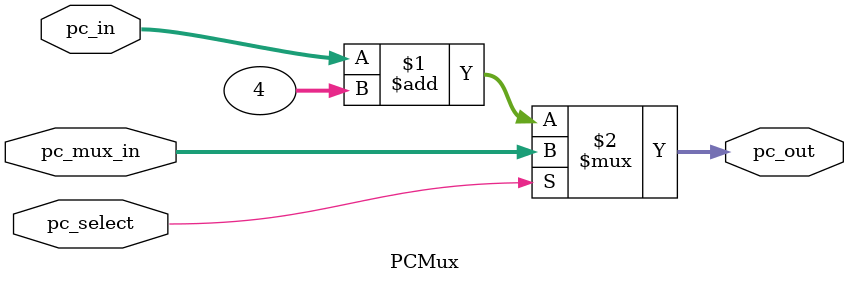
<source format=v>
module PCMux(
    input [31:0] pc_in,
    input [31:0] pc_mux_in,
    input pc_select,
    output [31:0] pc_out
);
    assign pc_out = pc_select ? pc_mux_in : pc_in + 4;
endmodule

</source>
